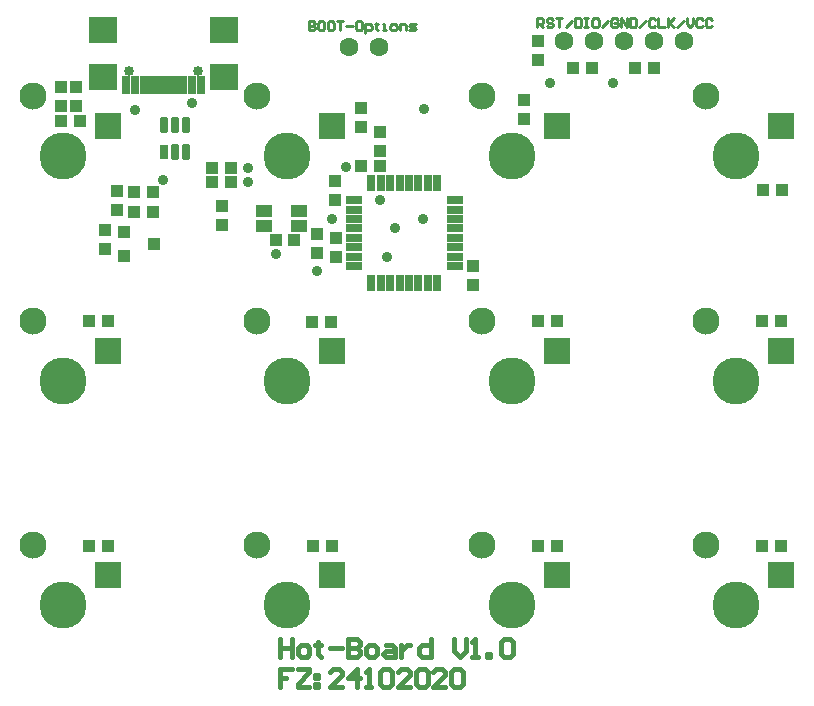
<source format=gts>
G04*
G04 #@! TF.GenerationSoftware,Altium Limited,Altium Designer,19.1.8 (144)*
G04*
G04 Layer_Color=8388736*
%FSLAX42Y42*%
%MOMM*%
G71*
G01*
G75*
%ADD10C,0.45*%
%ADD11C,0.25*%
%ADD12C,0.23*%
%ADD13R,0.80X1.55*%
%ADD14R,0.50X1.55*%
%ADD15R,2.38X2.20*%
%ADD16R,1.10X1.00*%
%ADD17R,1.00X1.10*%
%ADD18R,1.40X1.00*%
%ADD19R,1.09X1.09*%
%ADD20R,1.40X0.70*%
%ADD21R,0.70X1.40*%
G04:AMPARAMS|DCode=22|XSize=0.7mm|YSize=1.3mm|CornerRadius=0.11mm|HoleSize=0mm|Usage=FLASHONLY|Rotation=0.000|XOffset=0mm|YOffset=0mm|HoleType=Round|Shape=RoundedRectangle|*
%AMROUNDEDRECTD22*
21,1,0.70,1.08,0,0,0.0*
21,1,0.48,1.30,0,0,0.0*
1,1,0.22,0.24,-0.54*
1,1,0.22,-0.24,-0.54*
1,1,0.22,-0.24,0.54*
1,1,0.22,0.24,0.54*
%
%ADD22ROUNDEDRECTD22*%
%ADD23R,0.70X1.30*%
%ADD24C,0.85*%
%ADD25C,1.60*%
%ADD26C,2.30*%
%ADD27R,2.30X2.30*%
%ADD28C,3.99*%
%ADD29C,0.90*%
D10*
X-913Y-2438D02*
X-1012D01*
Y-2513D01*
X-963D01*
X-1012D01*
Y-2588D01*
X-863Y-2438D02*
X-763D01*
Y-2463D01*
X-863Y-2563D01*
Y-2588D01*
X-763D01*
X-713Y-2488D02*
X-688D01*
Y-2513D01*
X-713D01*
Y-2488D01*
Y-2563D02*
X-688D01*
Y-2588D01*
X-713D01*
Y-2563D01*
X-488Y-2588D02*
X-588D01*
X-488Y-2488D01*
Y-2463D01*
X-513Y-2438D01*
X-563D01*
X-588Y-2463D01*
X-363Y-2588D02*
Y-2438D01*
X-438Y-2513D01*
X-338D01*
X-288Y-2588D02*
X-238D01*
X-263D01*
Y-2438D01*
X-288Y-2463D01*
X-163D02*
X-138Y-2438D01*
X-88D01*
X-63Y-2463D01*
Y-2563D01*
X-88Y-2588D01*
X-138D01*
X-163Y-2563D01*
Y-2463D01*
X87Y-2588D02*
X-13D01*
X87Y-2488D01*
Y-2463D01*
X62Y-2438D01*
X12D01*
X-13Y-2463D01*
X137D02*
X162Y-2438D01*
X212D01*
X237Y-2463D01*
Y-2563D01*
X212Y-2588D01*
X162D01*
X137Y-2563D01*
Y-2463D01*
X387Y-2588D02*
X287D01*
X387Y-2488D01*
Y-2463D01*
X362Y-2438D01*
X312D01*
X287Y-2463D01*
X437D02*
X462Y-2438D01*
X512D01*
X537Y-2463D01*
Y-2563D01*
X512Y-2588D01*
X462D01*
X437Y-2563D01*
Y-2463D01*
X-1012Y-2188D02*
Y-2338D01*
Y-2263D01*
X-913D01*
Y-2188D01*
Y-2338D01*
X-838D02*
X-788D01*
X-763Y-2313D01*
Y-2263D01*
X-788Y-2238D01*
X-838D01*
X-863Y-2263D01*
Y-2313D01*
X-838Y-2338D01*
X-688Y-2213D02*
Y-2238D01*
X-713D01*
X-663D01*
X-688D01*
Y-2313D01*
X-663Y-2338D01*
X-588Y-2263D02*
X-488D01*
X-438Y-2188D02*
Y-2338D01*
X-363D01*
X-338Y-2313D01*
Y-2288D01*
X-363Y-2263D01*
X-438D01*
X-363D01*
X-338Y-2238D01*
Y-2213D01*
X-363Y-2188D01*
X-438D01*
X-263Y-2338D02*
X-213D01*
X-188Y-2313D01*
Y-2263D01*
X-213Y-2238D01*
X-263D01*
X-288Y-2263D01*
Y-2313D01*
X-263Y-2338D01*
X-113Y-2238D02*
X-63D01*
X-38Y-2263D01*
Y-2338D01*
X-113D01*
X-138Y-2313D01*
X-113Y-2288D01*
X-38D01*
X12Y-2238D02*
Y-2338D01*
Y-2288D01*
X37Y-2263D01*
X62Y-2238D01*
X87D01*
X262Y-2188D02*
Y-2338D01*
X187D01*
X162Y-2313D01*
Y-2263D01*
X187Y-2238D01*
X262D01*
X462Y-2188D02*
Y-2288D01*
X512Y-2338D01*
X562Y-2288D01*
Y-2188D01*
X612Y-2338D02*
X662D01*
X637D01*
Y-2188D01*
X612Y-2213D01*
X737Y-2338D02*
Y-2313D01*
X762D01*
Y-2338D01*
X737D01*
X862Y-2213D02*
X887Y-2188D01*
X937D01*
X962Y-2213D01*
Y-2313D01*
X937Y-2338D01*
X887D01*
X862Y-2313D01*
Y-2213D01*
D11*
X-770Y3047D02*
Y2967D01*
X-730D01*
X-717Y2981D01*
Y2994D01*
X-730Y3007D01*
X-770D01*
X-730D01*
X-717Y3021D01*
Y3034D01*
X-730Y3047D01*
X-770D01*
X-650D02*
X-677D01*
X-690Y3034D01*
Y2981D01*
X-677Y2967D01*
X-650D01*
X-637Y2981D01*
Y3034D01*
X-650Y3047D01*
X-570D02*
X-597D01*
X-610Y3034D01*
Y2981D01*
X-597Y2967D01*
X-570D01*
X-557Y2981D01*
Y3034D01*
X-570Y3047D01*
X-530D02*
X-477D01*
X-503D01*
Y2967D01*
X-450Y3007D02*
X-397D01*
X-330Y3047D02*
X-357D01*
X-370Y3034D01*
Y2981D01*
X-357Y2967D01*
X-330D01*
X-317Y2981D01*
Y3034D01*
X-330Y3047D01*
X-290Y2941D02*
Y3021D01*
X-250D01*
X-237Y3007D01*
Y2981D01*
X-250Y2967D01*
X-290D01*
X-197Y3034D02*
Y3021D01*
X-210D01*
X-184D01*
X-197D01*
Y2981D01*
X-184Y2967D01*
X-144D02*
X-117D01*
X-130D01*
Y3021D01*
X-144D01*
X-64Y2967D02*
X-37D01*
X-24Y2981D01*
Y3007D01*
X-37Y3021D01*
X-64D01*
X-77Y3007D01*
Y2981D01*
X-64Y2967D01*
X3D02*
Y3021D01*
X43D01*
X56Y3007D01*
Y2967D01*
X83D02*
X123D01*
X136Y2981D01*
X123Y2994D01*
X96D01*
X83Y3007D01*
X96Y3021D01*
X136D01*
D12*
X1165Y2992D02*
Y3072D01*
X1205D01*
X1218Y3059D01*
Y3032D01*
X1205Y3019D01*
X1165D01*
X1192D02*
X1218Y2992D01*
X1298Y3059D02*
X1285Y3072D01*
X1258D01*
X1245Y3059D01*
Y3046D01*
X1258Y3032D01*
X1285D01*
X1298Y3019D01*
Y3006D01*
X1285Y2992D01*
X1258D01*
X1245Y3006D01*
X1325Y3072D02*
X1378D01*
X1352D01*
Y2992D01*
X1405D02*
X1458Y3046D01*
X1485Y3072D02*
Y2992D01*
X1525D01*
X1538Y3006D01*
Y3059D01*
X1525Y3072D01*
X1485D01*
X1565D02*
X1592D01*
X1578D01*
Y2992D01*
X1565D01*
X1592D01*
X1672Y3072D02*
X1645D01*
X1632Y3059D01*
Y3006D01*
X1645Y2992D01*
X1672D01*
X1685Y3006D01*
Y3059D01*
X1672Y3072D01*
X1711Y2992D02*
X1765Y3046D01*
X1845Y3059D02*
X1831Y3072D01*
X1805D01*
X1791Y3059D01*
Y3006D01*
X1805Y2992D01*
X1831D01*
X1845Y3006D01*
Y3032D01*
X1818D01*
X1871Y2992D02*
Y3072D01*
X1925Y2992D01*
Y3072D01*
X1951D02*
Y2992D01*
X1991D01*
X2005Y3006D01*
Y3059D01*
X1991Y3072D01*
X1951D01*
X2031Y2992D02*
X2085Y3046D01*
X2165Y3059D02*
X2151Y3072D01*
X2125D01*
X2111Y3059D01*
Y3006D01*
X2125Y2992D01*
X2151D01*
X2165Y3006D01*
X2191Y3072D02*
Y2992D01*
X2245D01*
X2271Y3072D02*
Y2992D01*
Y3019D01*
X2325Y3072D01*
X2285Y3032D01*
X2325Y2992D01*
X2351D02*
X2405Y3046D01*
X2431Y3072D02*
Y3019D01*
X2458Y2992D01*
X2485Y3019D01*
Y3072D01*
X2565Y3059D02*
X2551Y3072D01*
X2525D01*
X2511Y3059D01*
Y3006D01*
X2525Y2992D01*
X2551D01*
X2565Y3006D01*
X2645Y3059D02*
X2631Y3072D01*
X2605D01*
X2591Y3059D01*
Y3006D01*
X2605Y2992D01*
X2631D01*
X2645Y3006D01*
D13*
X-1680Y2508D02*
D03*
X-1760D02*
D03*
X-2240D02*
D03*
X-2320D02*
D03*
D14*
X-1825D02*
D03*
X-2175D02*
D03*
X-1875D02*
D03*
X-2125D02*
D03*
X-1925D02*
D03*
X-2075D02*
D03*
X-1975D02*
D03*
X-2025D02*
D03*
D15*
X-1489Y2575D02*
D03*
X-2511D02*
D03*
X-1489Y2968D02*
D03*
X-2511D02*
D03*
D16*
X-700Y1240D02*
D03*
Y1080D02*
D03*
X1175Y2720D02*
D03*
Y2880D02*
D03*
X-2392Y1445D02*
D03*
Y1605D02*
D03*
X-1500Y1480D02*
D03*
Y1320D02*
D03*
X-330Y2310D02*
D03*
Y2150D02*
D03*
X-170Y1950D02*
D03*
Y2110D02*
D03*
X-2495Y1120D02*
D03*
Y1280D02*
D03*
X-550Y1690D02*
D03*
Y1530D02*
D03*
X-540Y1050D02*
D03*
Y1210D02*
D03*
X620Y810D02*
D03*
Y970D02*
D03*
X-2870Y2330D02*
D03*
Y2490D02*
D03*
X-2740Y2330D02*
D03*
Y2490D02*
D03*
X1050Y2220D02*
D03*
Y2380D02*
D03*
D17*
X2155Y2650D02*
D03*
X1995D02*
D03*
X1470D02*
D03*
X1630D02*
D03*
X-2630Y510D02*
D03*
X-2470D02*
D03*
X-1590Y1680D02*
D03*
X-1430D02*
D03*
X-1590Y1800D02*
D03*
X-1430D02*
D03*
X-890Y1190D02*
D03*
X-1050D02*
D03*
X-170Y1820D02*
D03*
X-330D02*
D03*
X-2870Y2200D02*
D03*
X-2710D02*
D03*
X-2250Y1430D02*
D03*
X-2090D02*
D03*
X-2250Y1600D02*
D03*
X-2090D02*
D03*
X-570Y-1400D02*
D03*
X-730D02*
D03*
X-2470D02*
D03*
X-2630D02*
D03*
X-580Y500D02*
D03*
X-740D02*
D03*
X3240Y1620D02*
D03*
X3080D02*
D03*
X3230Y510D02*
D03*
X3070D02*
D03*
X1330D02*
D03*
X1170D02*
D03*
X3230Y-1400D02*
D03*
X3070D02*
D03*
X1330D02*
D03*
X1170D02*
D03*
D18*
X-855Y1435D02*
D03*
X-1145D02*
D03*
Y1315D02*
D03*
X-855D02*
D03*
D19*
X-2083Y1160D02*
D03*
X-2337Y1058D02*
D03*
Y1262D02*
D03*
D20*
X465Y1530D02*
D03*
Y1450D02*
D03*
Y1370D02*
D03*
Y1290D02*
D03*
Y970D02*
D03*
Y1050D02*
D03*
Y1130D02*
D03*
Y1210D02*
D03*
X-385Y1530D02*
D03*
Y1450D02*
D03*
Y1370D02*
D03*
Y1290D02*
D03*
Y970D02*
D03*
Y1050D02*
D03*
Y1130D02*
D03*
Y1210D02*
D03*
D21*
X-240Y825D02*
D03*
X-160D02*
D03*
X-80D02*
D03*
X0D02*
D03*
X320D02*
D03*
X240D02*
D03*
X160D02*
D03*
X80D02*
D03*
Y1675D02*
D03*
X160D02*
D03*
X240D02*
D03*
X320D02*
D03*
X0D02*
D03*
X-80D02*
D03*
X-160D02*
D03*
X-240D02*
D03*
D22*
X-1995Y2165D02*
D03*
X-1900D02*
D03*
X-1805D02*
D03*
Y1935D02*
D03*
X-1900D02*
D03*
D23*
X-1995D02*
D03*
D24*
X-1711Y2625D02*
D03*
X-2289D02*
D03*
D25*
X-173Y2825D02*
D03*
X-427D02*
D03*
X1392Y2875D02*
D03*
X1646D02*
D03*
X1900D02*
D03*
X2154D02*
D03*
X2408D02*
D03*
D26*
X-1204Y2408D02*
D03*
X-3104D02*
D03*
Y508D02*
D03*
X-1204D02*
D03*
X-3104Y-1392D02*
D03*
X-1204D02*
D03*
X696D02*
D03*
X2596D02*
D03*
X696Y508D02*
D03*
X2596D02*
D03*
Y2408D02*
D03*
X696D02*
D03*
D27*
X-569Y2154D02*
D03*
X-2469D02*
D03*
Y254D02*
D03*
X-569D02*
D03*
X-2469Y-1646D02*
D03*
X-569D02*
D03*
X1331D02*
D03*
X3231D02*
D03*
X1331Y254D02*
D03*
X3231D02*
D03*
Y2154D02*
D03*
X1331D02*
D03*
D28*
X-950Y1900D02*
D03*
X-2850D02*
D03*
Y-0D02*
D03*
X-950D02*
D03*
X-2850Y-1900D02*
D03*
X-950D02*
D03*
X950D02*
D03*
X2850D02*
D03*
X950Y-0D02*
D03*
X2850D02*
D03*
Y1900D02*
D03*
X950D02*
D03*
D29*
X-40Y1290D02*
D03*
X-1760Y2350D02*
D03*
X1810Y2520D02*
D03*
X1270D02*
D03*
X-2240Y2290D02*
D03*
X-700Y930D02*
D03*
X-1050Y1070D02*
D03*
X210Y2300D02*
D03*
X200Y1370D02*
D03*
X-1280Y1680D02*
D03*
Y1800D02*
D03*
X-170Y1530D02*
D03*
X-110Y1050D02*
D03*
X-450Y1810D02*
D03*
X-570Y1370D02*
D03*
X-2000Y1700D02*
D03*
M02*

</source>
